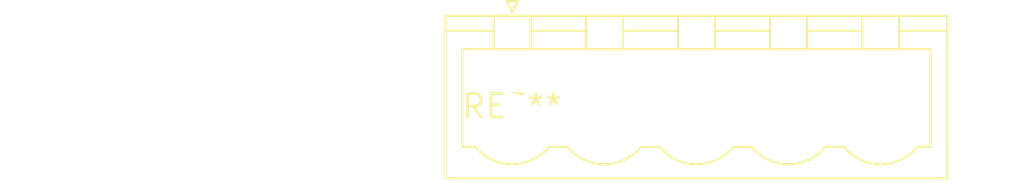
<source format=kicad_pcb>
(kicad_pcb (version 20240108) (generator pcbnew)
  (layers (0 "F.Cu" signal) (31 "B.Cu" signal) (34 "B.Paste" user) (35 "F.Paste" user) (36 "B.SilkS" user "B.Silkscreen") (37 "F.SilkS" user "F.Silkscreen") (38 "B.Mask" user) (39 "F.Mask" user) (44 "Edge.Cuts" user))
  (net 0 "")
  (footprint "PhoenixContact_MSTBVA_2,5_5-G_1x05_P5.00mm_Vertical" (layer "F.Cu") (at 0 0)
    (property "Reference" "REF**")
    (property "Value" "PhoenixContact_MSTBVA_2,5_5-G_1x05_P5.00mm_Vertical")
    (fp_line (start -3.61 -4.91) (end -3.61 3.91) (layer "F.SilkS") (stroke (width 0.12)))
    (fp_line (start -3.61 -4.1) (end -1.11 -4.1) (layer "F.SilkS") (stroke (width 0.12)))
    (fp_line (start -3.61 3.91) (end 23.61 3.91) (layer "F.SilkS") (stroke (width 0.12)))
    (fp_line (start -2.7 -3.1) (end 22.7 -3.1) (layer "F.SilkS") (stroke (width 0.12)))
    (fp_line (start -2.7 2.2) (end -2.7 -3.1) (layer "F.SilkS") (stroke (width 0.12)))
    (fp_line (start -2 2.2) (end -2.7 2.2) (layer "F.SilkS") (stroke (width 0.12)))
    (fp_line (start -1 -4.91) (end 1 -4.91) (layer "F.SilkS") (stroke (width 0.12)))
    (fp_line (start -1 -3.1) (end -1 -4.91) (layer "F.SilkS") (stroke (width 0.12)))
    (fp_line (start -0.3 -5.71) (end 0.3 -5.71) (layer "F.SilkS") (stroke (width 0.12)))
    (fp_line (start 0 -5.11) (end -0.3 -5.71) (layer "F.SilkS") (stroke (width 0.12)))
    (fp_line (start 0.3 -5.71) (end 0 -5.11) (layer "F.SilkS") (stroke (width 0.12)))
    (fp_line (start 1 -4.91) (end 1 -3.1) (layer "F.SilkS") (stroke (width 0.12)))
    (fp_line (start 1 -4.1) (end 4 -4.1) (layer "F.SilkS") (stroke (width 0.12)))
    (fp_line (start 1 -3.1) (end -1 -3.1) (layer "F.SilkS") (stroke (width 0.12)))
    (fp_line (start 2 2.2) (end 3 2.2) (layer "F.SilkS") (stroke (width 0.12)))
    (fp_line (start 4 -4.91) (end 6 -4.91) (layer "F.SilkS") (stroke (width 0.12)))
    (fp_line (start 4 -3.1) (end 4 -4.91) (layer "F.SilkS") (stroke (width 0.12)))
    (fp_line (start 6 -4.91) (end 6 -3.1) (layer "F.SilkS") (stroke (width 0.12)))
    (fp_line (start 6 -4.1) (end 9 -4.1) (layer "F.SilkS") (stroke (width 0.12)))
    (fp_line (start 6 -3.1) (end 4 -3.1) (layer "F.SilkS") (stroke (width 0.12)))
    (fp_line (start 7 2.2) (end 8 2.2) (layer "F.SilkS") (stroke (width 0.12)))
    (fp_line (start 9 -4.91) (end 11 -4.91) (layer "F.SilkS") (stroke (width 0.12)))
    (fp_line (start 9 -3.1) (end 9 -4.91) (layer "F.SilkS") (stroke (width 0.12)))
    (fp_line (start 11 -4.91) (end 11 -3.1) (layer "F.SilkS") (stroke (width 0.12)))
    (fp_line (start 11 -4.1) (end 14 -4.1) (layer "F.SilkS") (stroke (width 0.12)))
    (fp_line (start 11 -3.1) (end 9 -3.1) (layer "F.SilkS") (stroke (width 0.12)))
    (fp_line (start 12 2.2) (end 13 2.2) (layer "F.SilkS") (stroke (width 0.12)))
    (fp_line (start 14 -4.91) (end 16 -4.91) (layer "F.SilkS") (stroke (width 0.12)))
    (fp_line (start 14 -3.1) (end 14 -4.91) (layer "F.SilkS") (stroke (width 0.12)))
    (fp_line (start 16 -4.91) (end 16 -3.1) (layer "F.SilkS") (stroke (width 0.12)))
    (fp_line (start 16 -4.1) (end 19 -4.1) (layer "F.SilkS") (stroke (width 0.12)))
    (fp_line (start 16 -3.1) (end 14 -3.1) (layer "F.SilkS") (stroke (width 0.12)))
    (fp_line (start 17 2.2) (end 18 2.2) (layer "F.SilkS") (stroke (width 0.12)))
    (fp_line (start 19 -4.91) (end 21 -4.91) (layer "F.SilkS") (stroke (width 0.12)))
    (fp_line (start 19 -3.1) (end 19 -4.91) (layer "F.SilkS") (stroke (width 0.12)))
    (fp_line (start 21 -4.91) (end 21 -3.1) (layer "F.SilkS") (stroke (width 0.12)))
    (fp_line (start 21 -3.1) (end 19 -3.1) (layer "F.SilkS") (stroke (width 0.12)))
    (fp_line (start 22.7 -3.1) (end 22.7 2.2) (layer "F.SilkS") (stroke (width 0.12)))
    (fp_line (start 22.7 2.2) (end 22 2.2) (layer "F.SilkS") (stroke (width 0.12)))
    (fp_line (start 23.61 -4.91) (end -3.61 -4.91) (layer "F.SilkS") (stroke (width 0.12)))
    (fp_line (start 23.61 -4.1) (end 21.11 -4.1) (layer "F.SilkS") (stroke (width 0.12)))
    (fp_line (start 23.61 3.91) (end 23.61 -4.91) (layer "F.SilkS") (stroke (width 0.12)))
    (fp_arc (start 1.986842 2.215821) (mid -0.010289 3.142758) (end -2 2.2) (layer "F.SilkS") (stroke (width 0.12)))
    (fp_arc (start 6.986842 2.215821) (mid 4.989711 3.142758) (end 3 2.2) (layer "F.SilkS") (stroke (width 0.12)))
    (fp_arc (start 11.986842 2.215821) (mid 9.989711 3.142758) (end 8 2.2) (layer "F.SilkS") (stroke (width 0.12)))
    (fp_arc (start 16.986842 2.215821) (mid 14.989711 3.142758) (end 13 2.2) (layer "F.SilkS") (stroke (width 0.12)))
    (fp_arc (start 21.986842 2.215821) (mid 19.989711 3.142758) (end 18 2.2) (layer "F.SilkS") (stroke (width 0.12)))
    (pad "1" thru_hole roundrect (at 0 0) (size 2 3.6) (drill 1.4) (layers *.Cu *.Mask) (remove_unused_layers) (roundrect_rratio 0.125))
    (pad "2" thru_hole oval (at 5 0) (size 2 3.6) (drill 1.4) (layers *.Cu *.Mask) (remove_unused_layers))
    (pad "3" thru_hole oval (at 10 0) (size 2 3.6) (drill 1.4) (layers *.Cu *.Mask) (remove_unused_layers))
    (pad "4" thru_hole oval (at 15 0) (size 2 3.6) (drill 1.4) (layers *.Cu *.Mask) (remove_unused_layers))
    (pad "5" thru_hole oval (at 20 0) (size 2 3.6) (drill 1.4) (layers *.Cu *.Mask) (remove_unused_layers))
  )
)
</source>
